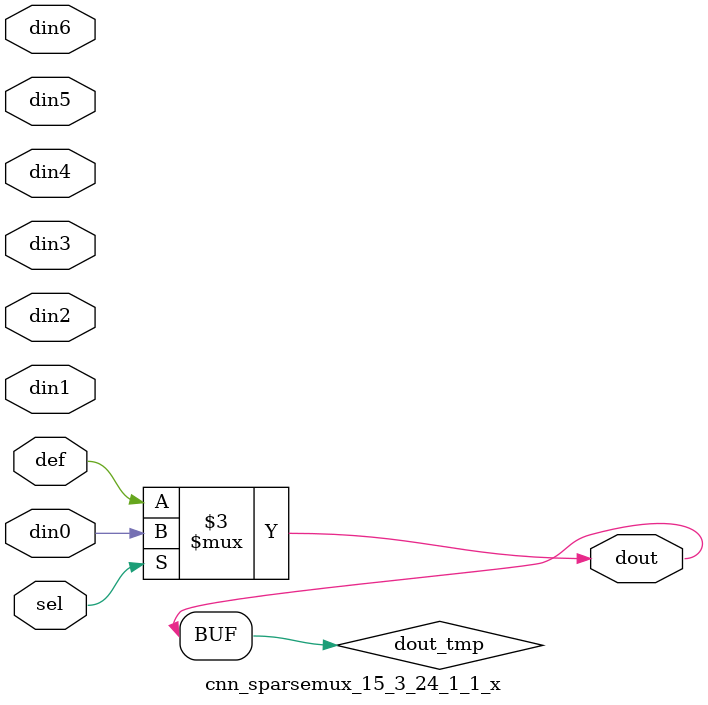
<source format=v>
`timescale 1ns / 1ps

module cnn_sparsemux_15_3_24_1_1_x (din0,din1,din2,din3,din4,din5,din6,def,sel,dout);

parameter din0_WIDTH = 1;

parameter din1_WIDTH = 1;

parameter din2_WIDTH = 1;

parameter din3_WIDTH = 1;

parameter din4_WIDTH = 1;

parameter din5_WIDTH = 1;

parameter din6_WIDTH = 1;

parameter def_WIDTH = 1;
parameter sel_WIDTH = 1;
parameter dout_WIDTH = 1;

parameter [sel_WIDTH-1:0] CASE0 = 1;

parameter [sel_WIDTH-1:0] CASE1 = 1;

parameter [sel_WIDTH-1:0] CASE2 = 1;

parameter [sel_WIDTH-1:0] CASE3 = 1;

parameter [sel_WIDTH-1:0] CASE4 = 1;

parameter [sel_WIDTH-1:0] CASE5 = 1;

parameter [sel_WIDTH-1:0] CASE6 = 1;

parameter ID = 1;
parameter NUM_STAGE = 1;



input [din0_WIDTH-1:0] din0;

input [din1_WIDTH-1:0] din1;

input [din2_WIDTH-1:0] din2;

input [din3_WIDTH-1:0] din3;

input [din4_WIDTH-1:0] din4;

input [din5_WIDTH-1:0] din5;

input [din6_WIDTH-1:0] din6;

input [def_WIDTH-1:0] def;
input [sel_WIDTH-1:0] sel;

output [dout_WIDTH-1:0] dout;



reg [dout_WIDTH-1:0] dout_tmp;

always @ (*) begin
case (sel)
    
    CASE0 : dout_tmp = din0;
    
    CASE1 : dout_tmp = din1;
    
    CASE2 : dout_tmp = din2;
    
    CASE3 : dout_tmp = din3;
    
    CASE4 : dout_tmp = din4;
    
    CASE5 : dout_tmp = din5;
    
    CASE6 : dout_tmp = din6;
    
    default : dout_tmp = def;
endcase
end


assign dout = dout_tmp;



endmodule

</source>
